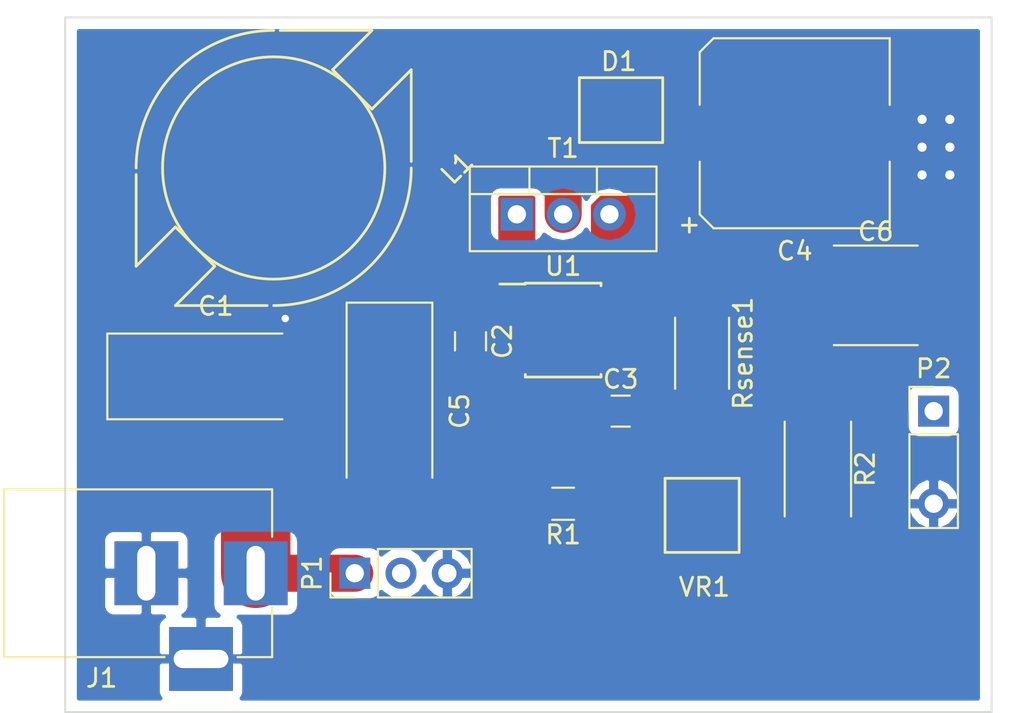
<source format=kicad_pcb>
(kicad_pcb (version 4) (host pcbnew 4.0.6)

  (general
    (links 34)
    (no_connects 33)
    (area 40.669999 24.315 97.108334 63.550001)
    (thickness 1.6)
    (drawings 4)
    (tracks 25)
    (zones 0)
    (modules 17)
    (nets 11)
  )

  (page USLetter)
  (title_block
    (title "Nixie Power Supply")
  )

  (layers
    (0 F.Cu signal)
    (31 B.Cu signal)
    (32 B.Adhes user)
    (33 F.Adhes user)
    (34 B.Paste user)
    (35 F.Paste user)
    (36 B.SilkS user)
    (37 F.SilkS user)
    (38 B.Mask user)
    (39 F.Mask user)
    (40 Dwgs.User user)
    (41 Cmts.User user)
    (42 Eco1.User user)
    (43 Eco2.User user)
    (44 Edge.Cuts user)
    (45 Margin user)
    (46 B.CrtYd user)
    (47 F.CrtYd user)
    (48 B.Fab user)
    (49 F.Fab user)
  )

  (setup
    (last_trace_width 0.508)
    (user_trace_width 0.508)
    (user_trace_width 1.016)
    (user_trace_width 1.524)
    (user_trace_width 2.032)
    (user_trace_width 2.54)
    (user_trace_width 3.048)
    (user_trace_width 3.81)
    (trace_clearance 0.2)
    (zone_clearance 0.508)
    (zone_45_only no)
    (trace_min 0.2)
    (segment_width 0.2)
    (edge_width 0.1)
    (via_size 0.6)
    (via_drill 0.4)
    (via_min_size 0.4)
    (via_min_drill 0.3)
    (user_via 1.016 0.508)
    (user_via 1.27 0.635)
    (uvia_size 0.3)
    (uvia_drill 0.1)
    (uvias_allowed no)
    (uvia_min_size 0.2)
    (uvia_min_drill 0.1)
    (pcb_text_width 0.3)
    (pcb_text_size 1.5 1.5)
    (mod_edge_width 0.15)
    (mod_text_size 1 1)
    (mod_text_width 0.15)
    (pad_size 1.5 1.5)
    (pad_drill 0.6)
    (pad_to_mask_clearance 0)
    (aux_axis_origin 0 0)
    (visible_elements 7FFFFFFF)
    (pcbplotparams
      (layerselection 0x00030_80000001)
      (usegerberextensions false)
      (excludeedgelayer true)
      (linewidth 0.100000)
      (plotframeref false)
      (viasonmask false)
      (mode 1)
      (useauxorigin false)
      (hpglpennumber 1)
      (hpglpenspeed 20)
      (hpglpendiameter 15)
      (hpglpenoverlay 2)
      (psnegative false)
      (psa4output false)
      (plotreference true)
      (plotvalue true)
      (plotinvisibletext false)
      (padsonsilk false)
      (subtractmaskfromsilk false)
      (outputformat 1)
      (mirror false)
      (drillshape 1)
      (scaleselection 1)
      (outputdirectory ""))
  )

  (net 0 "")
  (net 1 GND)
  (net 2 "Net-(C3-Pad1)")
  (net 3 "Net-(C4-Pad1)")
  (net 4 "Net-(D1-Pad2)")
  (net 5 "Net-(R1-Pad1)")
  (net 6 "Net-(R2-Pad2)")
  (net 7 "Net-(Rsense1-Pad1)")
  (net 8 "Net-(T1-Pad1)")
  (net 9 "Net-(C1-Pad1)")
  (net 10 "Net-(P1-Pad2)")

  (net_class Default "This is the default net class."
    (clearance 0.2)
    (trace_width 0.25)
    (via_dia 0.6)
    (via_drill 0.4)
    (uvia_dia 0.3)
    (uvia_drill 0.1)
    (add_net GND)
    (add_net "Net-(C1-Pad1)")
    (add_net "Net-(C3-Pad1)")
    (add_net "Net-(C4-Pad1)")
    (add_net "Net-(D1-Pad2)")
    (add_net "Net-(P1-Pad2)")
    (add_net "Net-(R1-Pad1)")
    (add_net "Net-(R2-Pad2)")
    (add_net "Net-(Rsense1-Pad1)")
    (add_net "Net-(T1-Pad1)")
  )

  (module Capacitors_Tantalum_SMD:CP_Tantalum_Case-X_EIA-7343-43_Hand (layer F.Cu) (tedit 57B6E980) (tstamp 58FEAF38)
    (at 52.705 45.085)
    (descr "Tantalum capacitor, Case X, EIA 7343-43, 7.3x4.2x4.0mm, Hand soldering footprint")
    (tags "capacitor tantalum smd")
    (path /58D7257E)
    (attr smd)
    (fp_text reference C1 (at 0 -3.85) (layer F.SilkS)
      (effects (font (size 1 1) (thickness 0.15)))
    )
    (fp_text value "100uF, 35V" (at 0 3.85) (layer F.Fab)
      (effects (font (size 1 1) (thickness 0.15)))
    )
    (fp_line (start -6.05 -2.5) (end -6.05 2.5) (layer F.CrtYd) (width 0.05))
    (fp_line (start -6.05 2.5) (end 6.05 2.5) (layer F.CrtYd) (width 0.05))
    (fp_line (start 6.05 2.5) (end 6.05 -2.5) (layer F.CrtYd) (width 0.05))
    (fp_line (start 6.05 -2.5) (end -6.05 -2.5) (layer F.CrtYd) (width 0.05))
    (fp_line (start -3.65 -2.1) (end -3.65 2.1) (layer F.Fab) (width 0.1))
    (fp_line (start -3.65 2.1) (end 3.65 2.1) (layer F.Fab) (width 0.1))
    (fp_line (start 3.65 2.1) (end 3.65 -2.1) (layer F.Fab) (width 0.1))
    (fp_line (start 3.65 -2.1) (end -3.65 -2.1) (layer F.Fab) (width 0.1))
    (fp_line (start -2.92 -2.1) (end -2.92 2.1) (layer F.Fab) (width 0.1))
    (fp_line (start -2.555 -2.1) (end -2.555 2.1) (layer F.Fab) (width 0.1))
    (fp_line (start -5.95 -2.35) (end 3.65 -2.35) (layer F.SilkS) (width 0.12))
    (fp_line (start -5.95 2.35) (end 3.65 2.35) (layer F.SilkS) (width 0.12))
    (fp_line (start -5.95 -2.35) (end -5.95 2.35) (layer F.SilkS) (width 0.12))
    (pad 1 smd rect (at -3.775 0) (size 3.75 2.7) (layers F.Cu F.Paste F.Mask)
      (net 9 "Net-(C1-Pad1)"))
    (pad 2 smd rect (at 3.775 0) (size 3.75 2.7) (layers F.Cu F.Paste F.Mask)
      (net 1 GND))
    (model Capacitors_Tantalum_SMD.3dshapes/CP_Tantalum_Case-X_EIA-7343-43.wrl
      (at (xyz 0 0 0))
      (scale (xyz 1 1 1))
      (rotate (xyz 0 0 0))
    )
  )

  (module Capacitors_SMD:C_0805_HandSoldering (layer F.Cu) (tedit 58AA84A8) (tstamp 58FEAF49)
    (at 66.675 43.16 270)
    (descr "Capacitor SMD 0805, hand soldering")
    (tags "capacitor 0805")
    (path /58D72DE3)
    (attr smd)
    (fp_text reference C2 (at 0 -1.75 270) (layer F.SilkS)
      (effects (font (size 1 1) (thickness 0.15)))
    )
    (fp_text value 100n (at 0 1.75 270) (layer F.Fab)
      (effects (font (size 1 1) (thickness 0.15)))
    )
    (fp_text user %R (at 0 -1.75 270) (layer F.Fab)
      (effects (font (size 1 1) (thickness 0.15)))
    )
    (fp_line (start -1 0.62) (end -1 -0.62) (layer F.Fab) (width 0.1))
    (fp_line (start 1 0.62) (end -1 0.62) (layer F.Fab) (width 0.1))
    (fp_line (start 1 -0.62) (end 1 0.62) (layer F.Fab) (width 0.1))
    (fp_line (start -1 -0.62) (end 1 -0.62) (layer F.Fab) (width 0.1))
    (fp_line (start 0.5 -0.85) (end -0.5 -0.85) (layer F.SilkS) (width 0.12))
    (fp_line (start -0.5 0.85) (end 0.5 0.85) (layer F.SilkS) (width 0.12))
    (fp_line (start -2.25 -0.88) (end 2.25 -0.88) (layer F.CrtYd) (width 0.05))
    (fp_line (start -2.25 -0.88) (end -2.25 0.87) (layer F.CrtYd) (width 0.05))
    (fp_line (start 2.25 0.87) (end 2.25 -0.88) (layer F.CrtYd) (width 0.05))
    (fp_line (start 2.25 0.87) (end -2.25 0.87) (layer F.CrtYd) (width 0.05))
    (pad 1 smd rect (at -1.25 0 270) (size 1.5 1.25) (layers F.Cu F.Paste F.Mask)
      (net 9 "Net-(C1-Pad1)"))
    (pad 2 smd rect (at 1.25 0 270) (size 1.5 1.25) (layers F.Cu F.Paste F.Mask)
      (net 1 GND))
    (model Capacitors_SMD.3dshapes/C_0805.wrl
      (at (xyz 0 0 0))
      (scale (xyz 1 1 1))
      (rotate (xyz 0 0 0))
    )
  )

  (module Capacitors_SMD:C_0805_HandSoldering (layer F.Cu) (tedit 58AA84A8) (tstamp 58FEAF5A)
    (at 74.91 46.99)
    (descr "Capacitor SMD 0805, hand soldering")
    (tags "capacitor 0805")
    (path /58D72E16)
    (attr smd)
    (fp_text reference C3 (at 0 -1.75) (layer F.SilkS)
      (effects (font (size 1 1) (thickness 0.15)))
    )
    (fp_text value 100n (at 0 1.75) (layer F.Fab)
      (effects (font (size 1 1) (thickness 0.15)))
    )
    (fp_text user %R (at 0 -1.75) (layer F.Fab)
      (effects (font (size 1 1) (thickness 0.15)))
    )
    (fp_line (start -1 0.62) (end -1 -0.62) (layer F.Fab) (width 0.1))
    (fp_line (start 1 0.62) (end -1 0.62) (layer F.Fab) (width 0.1))
    (fp_line (start 1 -0.62) (end 1 0.62) (layer F.Fab) (width 0.1))
    (fp_line (start -1 -0.62) (end 1 -0.62) (layer F.Fab) (width 0.1))
    (fp_line (start 0.5 -0.85) (end -0.5 -0.85) (layer F.SilkS) (width 0.12))
    (fp_line (start -0.5 0.85) (end 0.5 0.85) (layer F.SilkS) (width 0.12))
    (fp_line (start -2.25 -0.88) (end 2.25 -0.88) (layer F.CrtYd) (width 0.05))
    (fp_line (start -2.25 -0.88) (end -2.25 0.87) (layer F.CrtYd) (width 0.05))
    (fp_line (start 2.25 0.87) (end 2.25 -0.88) (layer F.CrtYd) (width 0.05))
    (fp_line (start 2.25 0.87) (end -2.25 0.87) (layer F.CrtYd) (width 0.05))
    (pad 1 smd rect (at -1.25 0) (size 1.5 1.25) (layers F.Cu F.Paste F.Mask)
      (net 2 "Net-(C3-Pad1)"))
    (pad 2 smd rect (at 1.25 0) (size 1.5 1.25) (layers F.Cu F.Paste F.Mask)
      (net 1 GND))
    (model Capacitors_SMD.3dshapes/C_0805.wrl
      (at (xyz 0 0 0))
      (scale (xyz 1 1 1))
      (rotate (xyz 0 0 0))
    )
  )

  (module Capacitors_SMD:CP_Elec_10x10 (layer F.Cu) (tedit 58AA9194) (tstamp 58FEAF76)
    (at 84.455 31.75)
    (descr "SMT capacitor, aluminium electrolytic, 10x10")
    (path /58D74125)
    (attr smd)
    (fp_text reference C4 (at 0 6.46) (layer F.SilkS)
      (effects (font (size 1 1) (thickness 0.15)))
    )
    (fp_text value 10uF,250V (at 0 -6.46) (layer F.Fab)
      (effects (font (size 1 1) (thickness 0.15)))
    )
    (fp_circle (center 0 0) (end 0.1 5) (layer F.Fab) (width 0.1))
    (fp_text user + (at -2.91 -0.08) (layer F.Fab)
      (effects (font (size 1 1) (thickness 0.15)))
    )
    (fp_text user + (at -5.78 4.97) (layer F.SilkS)
      (effects (font (size 1 1) (thickness 0.15)))
    )
    (fp_text user %R (at 0 6.46) (layer F.Fab)
      (effects (font (size 1 1) (thickness 0.15)))
    )
    (fp_line (start -5.21 -4.45) (end -5.21 -1.56) (layer F.SilkS) (width 0.12))
    (fp_line (start -5.21 4.45) (end -5.21 1.56) (layer F.SilkS) (width 0.12))
    (fp_line (start 5.21 5.21) (end 5.21 1.56) (layer F.SilkS) (width 0.12))
    (fp_line (start 5.21 -5.21) (end 5.21 -1.56) (layer F.SilkS) (width 0.12))
    (fp_line (start 5.05 5.05) (end 5.05 -5.05) (layer F.Fab) (width 0.1))
    (fp_line (start -4.38 5.05) (end 5.05 5.05) (layer F.Fab) (width 0.1))
    (fp_line (start -5.05 4.38) (end -4.38 5.05) (layer F.Fab) (width 0.1))
    (fp_line (start -5.05 -4.38) (end -5.05 4.38) (layer F.Fab) (width 0.1))
    (fp_line (start -4.38 -5.05) (end -5.05 -4.38) (layer F.Fab) (width 0.1))
    (fp_line (start 5.05 -5.05) (end -4.38 -5.05) (layer F.Fab) (width 0.1))
    (fp_line (start 5.21 5.21) (end -4.45 5.21) (layer F.SilkS) (width 0.12))
    (fp_line (start -4.45 5.21) (end -5.21 4.45) (layer F.SilkS) (width 0.12))
    (fp_line (start -5.21 -4.45) (end -4.45 -5.21) (layer F.SilkS) (width 0.12))
    (fp_line (start -4.45 -5.21) (end 5.21 -5.21) (layer F.SilkS) (width 0.12))
    (fp_line (start -6.25 -5.31) (end 6.25 -5.31) (layer F.CrtYd) (width 0.05))
    (fp_line (start -6.25 -5.31) (end -6.25 5.3) (layer F.CrtYd) (width 0.05))
    (fp_line (start 6.25 5.3) (end 6.25 -5.31) (layer F.CrtYd) (width 0.05))
    (fp_line (start 6.25 5.3) (end -6.25 5.3) (layer F.CrtYd) (width 0.05))
    (pad 1 smd rect (at -4 0 180) (size 4 2.5) (layers F.Cu F.Paste F.Mask)
      (net 3 "Net-(C4-Pad1)"))
    (pad 2 smd rect (at 4 0 180) (size 4 2.5) (layers F.Cu F.Paste F.Mask)
      (net 1 GND))
    (model Capacitors_SMD.3dshapes/CP_Elec_10x10.wrl
      (at (xyz 0 0 0))
      (scale (xyz 1 1 1))
      (rotate (xyz 0 0 180))
    )
  )

  (module Capacitors_Tantalum_SMD:CP_Tantalum_Case-X_EIA-7343-43_Hand (layer F.Cu) (tedit 57B6E980) (tstamp 58FEAF89)
    (at 62.23 46.99 270)
    (descr "Tantalum capacitor, Case X, EIA 7343-43, 7.3x4.2x4.0mm, Hand soldering footprint")
    (tags "capacitor tantalum smd")
    (path /58D72B64)
    (attr smd)
    (fp_text reference C5 (at 0 -3.85 270) (layer F.SilkS)
      (effects (font (size 1 1) (thickness 0.15)))
    )
    (fp_text value 10uF,25V (at 0 3.85 270) (layer F.Fab)
      (effects (font (size 1 1) (thickness 0.15)))
    )
    (fp_line (start -6.05 -2.5) (end -6.05 2.5) (layer F.CrtYd) (width 0.05))
    (fp_line (start -6.05 2.5) (end 6.05 2.5) (layer F.CrtYd) (width 0.05))
    (fp_line (start 6.05 2.5) (end 6.05 -2.5) (layer F.CrtYd) (width 0.05))
    (fp_line (start 6.05 -2.5) (end -6.05 -2.5) (layer F.CrtYd) (width 0.05))
    (fp_line (start -3.65 -2.1) (end -3.65 2.1) (layer F.Fab) (width 0.1))
    (fp_line (start -3.65 2.1) (end 3.65 2.1) (layer F.Fab) (width 0.1))
    (fp_line (start 3.65 2.1) (end 3.65 -2.1) (layer F.Fab) (width 0.1))
    (fp_line (start 3.65 -2.1) (end -3.65 -2.1) (layer F.Fab) (width 0.1))
    (fp_line (start -2.92 -2.1) (end -2.92 2.1) (layer F.Fab) (width 0.1))
    (fp_line (start -2.555 -2.1) (end -2.555 2.1) (layer F.Fab) (width 0.1))
    (fp_line (start -5.95 -2.35) (end 3.65 -2.35) (layer F.SilkS) (width 0.12))
    (fp_line (start -5.95 2.35) (end 3.65 2.35) (layer F.SilkS) (width 0.12))
    (fp_line (start -5.95 -2.35) (end -5.95 2.35) (layer F.SilkS) (width 0.12))
    (pad 1 smd rect (at -3.775 0 270) (size 3.75 2.7) (layers F.Cu F.Paste F.Mask)
      (net 9 "Net-(C1-Pad1)"))
    (pad 2 smd rect (at 3.775 0 270) (size 3.75 2.7) (layers F.Cu F.Paste F.Mask)
      (net 1 GND))
    (model Capacitors_Tantalum_SMD.3dshapes/CP_Tantalum_Case-X_EIA-7343-43.wrl
      (at (xyz 0 0 0))
      (scale (xyz 1 1 1))
      (rotate (xyz 0 0 0))
    )
  )

  (module nixie:Panasonic_ECWU_Size_B (layer F.Cu) (tedit 58DB18CD) (tstamp 58FEAF9A)
    (at 88.9 40.64)
    (descr "Capacitor SMD Panasonic ECWU,  B")
    (tags "capacitor Panasonic")
    (path /58D7E2B2)
    (attr smd)
    (fp_text reference C6 (at 0 -3.5) (layer F.SilkS)
      (effects (font (size 1 1) (thickness 0.15)))
    )
    (fp_text value "100nF, 250V" (at 0 3.75) (layer F.Fab)
      (effects (font (size 1 1) (thickness 0.15)))
    )
    (fp_text user %R (at 0 -3.5) (layer F.Fab)
      (effects (font (size 1 1) (thickness 0.15)))
    )
    (fp_line (start -2.75 2.5) (end -2.75 -2.5) (layer F.Fab) (width 0.1))
    (fp_line (start 2.75 2.5) (end -2.75 2.5) (layer F.Fab) (width 0.1))
    (fp_line (start 2.75 -2.5) (end 2.75 2.5) (layer F.Fab) (width 0.1))
    (fp_line (start -2.75 -2.5) (end 2.75 -2.5) (layer F.Fab) (width 0.1))
    (fp_line (start 2.3 -2.73) (end -2.3 -2.73) (layer F.SilkS) (width 0.12))
    (fp_line (start -2.3 2.73) (end 2.3 2.73) (layer F.SilkS) (width 0.12))
    (fp_line (start -4.95 -2.75) (end 4.95 -2.75) (layer F.CrtYd) (width 0.05))
    (fp_line (start -4.95 -2.75) (end -4.95 2.75) (layer F.CrtYd) (width 0.05))
    (fp_line (start 4.95 2.75) (end 4.95 -2.75) (layer F.CrtYd) (width 0.05))
    (fp_line (start 4.95 2.75) (end -4.95 2.75) (layer F.CrtYd) (width 0.05))
    (pad 1 smd rect (at -2.9 0) (size 2 4.6) (layers F.Cu F.Paste F.Mask)
      (net 3 "Net-(C4-Pad1)"))
    (pad 2 smd rect (at 2.9 0) (size 2 4.6) (layers F.Cu F.Paste F.Mask)
      (net 1 GND))
    (model Capacitors_SMD.3dshapes/C_2220.wrl
      (at (xyz 0 0 0))
      (scale (xyz 1 1 1))
      (rotate (xyz 0 0 0))
    )
  )

  (module nixie:ES2F (layer F.Cu) (tedit 58D9D407) (tstamp 58FEAFA4)
    (at 74.93 30.48 180)
    (path /58D73EA6)
    (fp_text reference D1 (at 0.127 2.667 180) (layer F.SilkS)
      (effects (font (size 1 1) (thickness 0.15)))
    )
    (fp_text value ES2F (at 0 -2.54 180) (layer F.Fab)
      (effects (font (size 1 1) (thickness 0.15)))
    )
    (fp_line (start 2.286 -1.778) (end -2.286 -1.778) (layer F.SilkS) (width 0.15))
    (fp_line (start -2.286 -1.778) (end -2.286 1.778) (layer F.SilkS) (width 0.15))
    (fp_line (start -2.286 1.778) (end 2.286 1.778) (layer F.SilkS) (width 0.15))
    (fp_line (start 2.286 1.778) (end 2.286 -1.778) (layer F.SilkS) (width 0.15))
    (pad 1 smd rect (at -2.04 0 180) (size 1.524 2.18) (layers F.Cu F.Paste F.Mask)
      (net 3 "Net-(C4-Pad1)"))
    (pad 2 smd rect (at 2.04 0 180) (size 1.524 2.18) (layers F.Cu F.Paste F.Mask)
      (net 4 "Net-(D1-Pad2)"))
  )

  (module Connectors:BARREL_JACK (layer F.Cu) (tedit 5861378E) (tstamp 58FEAFC3)
    (at 54.895 55.88)
    (descr "DC Barrel Jack")
    (tags "Power Jack")
    (path /58D73132)
    (fp_text reference J1 (at -8.45 5.75 180) (layer F.SilkS)
      (effects (font (size 1 1) (thickness 0.15)))
    )
    (fp_text value BARREL_JACK (at -6.2 -5.5) (layer F.Fab)
      (effects (font (size 1 1) (thickness 0.15)))
    )
    (fp_line (start 1 -4.5) (end 1 -4.75) (layer F.CrtYd) (width 0.05))
    (fp_line (start 1 -4.75) (end -14 -4.75) (layer F.CrtYd) (width 0.05))
    (fp_line (start 1 -4.5) (end 1 -2) (layer F.CrtYd) (width 0.05))
    (fp_line (start 1 -2) (end 2 -2) (layer F.CrtYd) (width 0.05))
    (fp_line (start 2 -2) (end 2 2) (layer F.CrtYd) (width 0.05))
    (fp_line (start 2 2) (end 1 2) (layer F.CrtYd) (width 0.05))
    (fp_line (start 1 2) (end 1 4.75) (layer F.CrtYd) (width 0.05))
    (fp_line (start 1 4.75) (end -1 4.75) (layer F.CrtYd) (width 0.05))
    (fp_line (start -1 4.75) (end -1 6.75) (layer F.CrtYd) (width 0.05))
    (fp_line (start -1 6.75) (end -5 6.75) (layer F.CrtYd) (width 0.05))
    (fp_line (start -5 6.75) (end -5 4.75) (layer F.CrtYd) (width 0.05))
    (fp_line (start -5 4.75) (end -14 4.75) (layer F.CrtYd) (width 0.05))
    (fp_line (start -14 4.75) (end -14 -4.75) (layer F.CrtYd) (width 0.05))
    (fp_line (start -5 4.6) (end -13.8 4.6) (layer F.SilkS) (width 0.12))
    (fp_line (start -13.8 4.6) (end -13.8 -4.6) (layer F.SilkS) (width 0.12))
    (fp_line (start 0.9 1.9) (end 0.9 4.6) (layer F.SilkS) (width 0.12))
    (fp_line (start 0.9 4.6) (end -1 4.6) (layer F.SilkS) (width 0.12))
    (fp_line (start -13.8 -4.6) (end 0.9 -4.6) (layer F.SilkS) (width 0.12))
    (fp_line (start 0.9 -4.6) (end 0.9 -2) (layer F.SilkS) (width 0.12))
    (fp_line (start -10.2 -4.5) (end -10.2 4.5) (layer F.Fab) (width 0.1))
    (fp_line (start -13.7 -4.5) (end -13.7 4.5) (layer F.Fab) (width 0.1))
    (fp_line (start -13.7 4.5) (end 0.8 4.5) (layer F.Fab) (width 0.1))
    (fp_line (start 0.8 4.5) (end 0.8 -4.5) (layer F.Fab) (width 0.1))
    (fp_line (start 0.8 -4.5) (end -13.7 -4.5) (layer F.Fab) (width 0.1))
    (pad 1 thru_hole rect (at 0 0) (size 3.5 3.5) (drill oval 1 3) (layers *.Cu *.Mask)
      (net 9 "Net-(C1-Pad1)"))
    (pad 2 thru_hole rect (at -6 0) (size 3.5 3.5) (drill oval 1 3) (layers *.Cu *.Mask)
      (net 1 GND))
    (pad 3 thru_hole rect (at -3 4.7) (size 3.5 3.5) (drill oval 3 1) (layers *.Cu *.Mask)
      (net 1 GND))
  )

  (module nixie:L-B82479A1 (layer F.Cu) (tedit 58D9CC3A) (tstamp 58FEAFD6)
    (at 55.88 33.655 45)
    (path /58D7260D)
    (fp_text reference L1 (at 7.112 7.112 45) (layer F.SilkS)
      (effects (font (size 1 1) (thickness 0.15)))
    )
    (fp_text value 100uH (at 0 -8.636 45) (layer F.Fab)
      (effects (font (size 1 1) (thickness 0.15)))
    )
    (fp_arc (start 0 0) (end 5.334 5.334) (angle 90) (layer F.SilkS) (width 0.15))
    (fp_line (start 9.144 1.524) (end 5.588 5.08) (layer F.SilkS) (width 0.15))
    (fp_line (start -9.144 1.524) (end -5.588 5.08) (layer F.SilkS) (width 0.15))
    (fp_arc (start 0 0) (end -5.334 -5.334) (angle 90) (layer F.SilkS) (width 0.15))
    (fp_line (start 5.588 -5.08) (end 9.144 -1.524) (layer F.SilkS) (width 0.15))
    (fp_line (start 9.144 -1.524) (end 6.096 -1.524) (layer F.SilkS) (width 0.15))
    (fp_line (start 6.096 -1.524) (end 6.096 1.524) (layer F.SilkS) (width 0.15))
    (fp_line (start 6.096 1.524) (end 9.144 1.524) (layer F.SilkS) (width 0.15))
    (fp_line (start -5.588 -5.08) (end -9.144 -1.524) (layer F.SilkS) (width 0.15))
    (fp_line (start -9.144 -1.524) (end -6.096 -1.524) (layer F.SilkS) (width 0.15))
    (fp_line (start -6.096 -1.524) (end -6.096 1.524) (layer F.SilkS) (width 0.15))
    (fp_line (start -6.096 1.524) (end -9.144 1.524) (layer F.SilkS) (width 0.15))
    (fp_circle (center 0 0) (end 6.096 0) (layer F.SilkS) (width 0.15))
    (pad 1 smd rect (at -7.69 0 45) (size 2.92 2.79) (layers F.Cu F.Paste F.Mask)
      (net 9 "Net-(C1-Pad1)"))
    (pad 2 smd rect (at 7.69 0 45) (size 2.92 2.79) (layers F.Cu F.Paste F.Mask)
      (net 4 "Net-(D1-Pad2)"))
  )

  (module Resistors_SMD:R_0805_HandSoldering (layer F.Cu) (tedit 58E0A804) (tstamp 58FEAFE7)
    (at 71.755 52.07 180)
    (descr "Resistor SMD 0805, hand soldering")
    (tags "resistor 0805")
    (path /58D74274)
    (attr smd)
    (fp_text reference R1 (at 0 -1.7 180) (layer F.SilkS)
      (effects (font (size 1 1) (thickness 0.15)))
    )
    (fp_text value 10K (at 0 1.75 180) (layer F.Fab)
      (effects (font (size 1 1) (thickness 0.15)))
    )
    (fp_text user %R (at 0 0 180) (layer F.Fab)
      (effects (font (size 0.5 0.5) (thickness 0.075)))
    )
    (fp_line (start -1 0.62) (end -1 -0.62) (layer F.Fab) (width 0.1))
    (fp_line (start 1 0.62) (end -1 0.62) (layer F.Fab) (width 0.1))
    (fp_line (start 1 -0.62) (end 1 0.62) (layer F.Fab) (width 0.1))
    (fp_line (start -1 -0.62) (end 1 -0.62) (layer F.Fab) (width 0.1))
    (fp_line (start 0.6 0.88) (end -0.6 0.88) (layer F.SilkS) (width 0.12))
    (fp_line (start -0.6 -0.88) (end 0.6 -0.88) (layer F.SilkS) (width 0.12))
    (fp_line (start -2.35 -0.9) (end 2.35 -0.9) (layer F.CrtYd) (width 0.05))
    (fp_line (start -2.35 -0.9) (end -2.35 0.9) (layer F.CrtYd) (width 0.05))
    (fp_line (start 2.35 0.9) (end 2.35 -0.9) (layer F.CrtYd) (width 0.05))
    (fp_line (start 2.35 0.9) (end -2.35 0.9) (layer F.CrtYd) (width 0.05))
    (pad 1 smd rect (at -1.35 0 180) (size 1.5 1.3) (layers F.Cu F.Paste F.Mask)
      (net 5 "Net-(R1-Pad1)"))
    (pad 2 smd rect (at 1.35 0 180) (size 1.5 1.3) (layers F.Cu F.Paste F.Mask)
      (net 1 GND))
    (model ${KISYS3DMOD}/Resistors_SMD.3dshapes/R_0805.wrl
      (at (xyz 0 0 0))
      (scale (xyz 1 1 1))
      (rotate (xyz 0 0 0))
    )
  )

  (module Resistors_SMD:R_2512_HandSoldering (layer F.Cu) (tedit 58E0A804) (tstamp 58FEAFF8)
    (at 85.725 50.165 270)
    (descr "Resistor SMD 2512, hand soldering")
    (tags "resistor 2512")
    (path /58D74231)
    (attr smd)
    (fp_text reference R2 (at 0 -2.6 270) (layer F.SilkS)
      (effects (font (size 1 1) (thickness 0.15)))
    )
    (fp_text value 1M5 (at 0 2.75 270) (layer F.Fab)
      (effects (font (size 1 1) (thickness 0.15)))
    )
    (fp_text user %R (at 0 0 270) (layer F.Fab)
      (effects (font (size 1 1) (thickness 0.15)))
    )
    (fp_line (start -3.15 1.6) (end -3.15 -1.6) (layer F.Fab) (width 0.1))
    (fp_line (start 3.15 1.6) (end -3.15 1.6) (layer F.Fab) (width 0.1))
    (fp_line (start 3.15 -1.6) (end 3.15 1.6) (layer F.Fab) (width 0.1))
    (fp_line (start -3.15 -1.6) (end 3.15 -1.6) (layer F.Fab) (width 0.1))
    (fp_line (start 2.6 1.82) (end -2.6 1.82) (layer F.SilkS) (width 0.12))
    (fp_line (start -2.6 -1.82) (end 2.6 -1.82) (layer F.SilkS) (width 0.12))
    (fp_line (start -5.56 -1.85) (end 5.55 -1.85) (layer F.CrtYd) (width 0.05))
    (fp_line (start -5.56 -1.85) (end -5.56 1.85) (layer F.CrtYd) (width 0.05))
    (fp_line (start 5.55 1.85) (end 5.55 -1.85) (layer F.CrtYd) (width 0.05))
    (fp_line (start 5.55 1.85) (end -5.56 1.85) (layer F.CrtYd) (width 0.05))
    (pad 1 smd rect (at -3.95 0 270) (size 2.7 3.2) (layers F.Cu F.Paste F.Mask)
      (net 3 "Net-(C4-Pad1)"))
    (pad 2 smd rect (at 3.95 0 270) (size 2.7 3.2) (layers F.Cu F.Paste F.Mask)
      (net 6 "Net-(R2-Pad2)"))
    (model ${KISYS3DMOD}/Resistors_SMD.3dshapes/R_2512.wrl
      (at (xyz 0 0 0))
      (scale (xyz 1 1 1))
      (rotate (xyz 0 0 0))
    )
  )

  (module Resistors_SMD:R_2010_HandSoldering (layer F.Cu) (tedit 58E0A804) (tstamp 58FEB009)
    (at 79.375 43.815 270)
    (descr "Resistor SMD 2010, hand soldering")
    (tags "resistor 2010")
    (path /58D73575)
    (attr smd)
    (fp_text reference Rsense1 (at 0 -2.25 270) (layer F.SilkS)
      (effects (font (size 1 1) (thickness 0.15)))
    )
    (fp_text value 50m (at 0 2.35 270) (layer F.Fab)
      (effects (font (size 1 1) (thickness 0.15)))
    )
    (fp_text user %R (at 0 0 270) (layer F.Fab)
      (effects (font (size 1 1) (thickness 0.15)))
    )
    (fp_line (start -2.5 1.25) (end -2.5 -1.25) (layer F.Fab) (width 0.1))
    (fp_line (start 2.5 1.25) (end -2.5 1.25) (layer F.Fab) (width 0.1))
    (fp_line (start 2.5 -1.25) (end 2.5 1.25) (layer F.Fab) (width 0.1))
    (fp_line (start -2.5 -1.25) (end 2.5 -1.25) (layer F.Fab) (width 0.1))
    (fp_line (start 1.95 1.48) (end -1.95 1.48) (layer F.SilkS) (width 0.12))
    (fp_line (start -1.95 -1.48) (end 1.95 -1.48) (layer F.SilkS) (width 0.12))
    (fp_line (start -4.6 -1.5) (end 4.6 -1.5) (layer F.CrtYd) (width 0.05))
    (fp_line (start -4.6 -1.5) (end -4.6 1.5) (layer F.CrtYd) (width 0.05))
    (fp_line (start 4.6 1.5) (end 4.6 -1.5) (layer F.CrtYd) (width 0.05))
    (fp_line (start 4.6 1.5) (end -4.6 1.5) (layer F.CrtYd) (width 0.05))
    (pad 1 smd rect (at -3.15 0 270) (size 2.4 2.5) (layers F.Cu F.Paste F.Mask)
      (net 7 "Net-(Rsense1-Pad1)"))
    (pad 2 smd rect (at 3.15 0 270) (size 2.4 2.5) (layers F.Cu F.Paste F.Mask)
      (net 1 GND))
    (model ${KISYS3DMOD}/Resistors_SMD.3dshapes/R_2010.wrl
      (at (xyz 0 0 0))
      (scale (xyz 1 1 1))
      (rotate (xyz 0 0 0))
    )
  )

  (module TO_SOT_Packages_THT:TO-220_Vertical (layer F.Cu) (tedit 58CE52AD) (tstamp 58FEB023)
    (at 69.215 36.195)
    (descr "TO-220, Vertical, RM 2.54mm")
    (tags "TO-220 Vertical RM 2.54mm")
    (path /58D729C3)
    (fp_text reference T1 (at 2.54 -3.62) (layer F.SilkS)
      (effects (font (size 1 1) (thickness 0.15)))
    )
    (fp_text value IRF644 (at 2.54 3.92) (layer F.Fab)
      (effects (font (size 1 1) (thickness 0.15)))
    )
    (fp_text user %R (at 2.54 -3.62) (layer F.Fab)
      (effects (font (size 1 1) (thickness 0.15)))
    )
    (fp_line (start -2.46 -2.5) (end -2.46 1.9) (layer F.Fab) (width 0.1))
    (fp_line (start -2.46 1.9) (end 7.54 1.9) (layer F.Fab) (width 0.1))
    (fp_line (start 7.54 1.9) (end 7.54 -2.5) (layer F.Fab) (width 0.1))
    (fp_line (start 7.54 -2.5) (end -2.46 -2.5) (layer F.Fab) (width 0.1))
    (fp_line (start -2.46 -1.23) (end 7.54 -1.23) (layer F.Fab) (width 0.1))
    (fp_line (start 0.69 -2.5) (end 0.69 -1.23) (layer F.Fab) (width 0.1))
    (fp_line (start 4.39 -2.5) (end 4.39 -1.23) (layer F.Fab) (width 0.1))
    (fp_line (start -2.58 -2.62) (end 7.66 -2.62) (layer F.SilkS) (width 0.12))
    (fp_line (start -2.58 2.021) (end 7.66 2.021) (layer F.SilkS) (width 0.12))
    (fp_line (start -2.58 -2.62) (end -2.58 2.021) (layer F.SilkS) (width 0.12))
    (fp_line (start 7.66 -2.62) (end 7.66 2.021) (layer F.SilkS) (width 0.12))
    (fp_line (start -2.58 -1.11) (end 7.66 -1.11) (layer F.SilkS) (width 0.12))
    (fp_line (start 0.69 -2.62) (end 0.69 -1.11) (layer F.SilkS) (width 0.12))
    (fp_line (start 4.391 -2.62) (end 4.391 -1.11) (layer F.SilkS) (width 0.12))
    (fp_line (start -2.71 -2.75) (end -2.71 2.16) (layer F.CrtYd) (width 0.05))
    (fp_line (start -2.71 2.16) (end 7.79 2.16) (layer F.CrtYd) (width 0.05))
    (fp_line (start 7.79 2.16) (end 7.79 -2.75) (layer F.CrtYd) (width 0.05))
    (fp_line (start 7.79 -2.75) (end -2.71 -2.75) (layer F.CrtYd) (width 0.05))
    (pad 1 thru_hole rect (at 0 0) (size 1.8 1.8) (drill 1) (layers *.Cu *.Mask)
      (net 8 "Net-(T1-Pad1)"))
    (pad 2 thru_hole oval (at 2.54 0) (size 1.8 1.8) (drill 1) (layers *.Cu *.Mask)
      (net 4 "Net-(D1-Pad2)"))
    (pad 3 thru_hole oval (at 5.08 0) (size 1.8 1.8) (drill 1) (layers *.Cu *.Mask)
      (net 7 "Net-(Rsense1-Pad1)"))
    (model ${KISYS3DMOD}/TO_SOT_Packages_THT.3dshapes/TO-220_Vertical.wrl
      (at (xyz 0.1 0 0))
      (scale (xyz 0.393701 0.393701 0.393701))
      (rotate (xyz 0 0 0))
    )
  )

  (module Housings_SOIC:SOIC-8_3.9x4.9mm_Pitch1.27mm (layer F.Cu) (tedit 58CD0CDA) (tstamp 58FEB040)
    (at 71.755 42.545)
    (descr "8-Lead Plastic Small Outline (SN) - Narrow, 3.90 mm Body [SOIC] (see Microchip Packaging Specification 00000049BS.pdf)")
    (tags "SOIC 1.27")
    (path /58D71FD1)
    (attr smd)
    (fp_text reference U1 (at 0 -3.5) (layer F.SilkS)
      (effects (font (size 1 1) (thickness 0.15)))
    )
    (fp_text value MAX1771 (at 0 3.5) (layer F.Fab)
      (effects (font (size 1 1) (thickness 0.15)))
    )
    (fp_text user %R (at 0 0) (layer F.Fab)
      (effects (font (size 1 1) (thickness 0.15)))
    )
    (fp_line (start -0.95 -2.45) (end 1.95 -2.45) (layer F.Fab) (width 0.1))
    (fp_line (start 1.95 -2.45) (end 1.95 2.45) (layer F.Fab) (width 0.1))
    (fp_line (start 1.95 2.45) (end -1.95 2.45) (layer F.Fab) (width 0.1))
    (fp_line (start -1.95 2.45) (end -1.95 -1.45) (layer F.Fab) (width 0.1))
    (fp_line (start -1.95 -1.45) (end -0.95 -2.45) (layer F.Fab) (width 0.1))
    (fp_line (start -3.73 -2.7) (end -3.73 2.7) (layer F.CrtYd) (width 0.05))
    (fp_line (start 3.73 -2.7) (end 3.73 2.7) (layer F.CrtYd) (width 0.05))
    (fp_line (start -3.73 -2.7) (end 3.73 -2.7) (layer F.CrtYd) (width 0.05))
    (fp_line (start -3.73 2.7) (end 3.73 2.7) (layer F.CrtYd) (width 0.05))
    (fp_line (start -2.075 -2.575) (end -2.075 -2.525) (layer F.SilkS) (width 0.15))
    (fp_line (start 2.075 -2.575) (end 2.075 -2.43) (layer F.SilkS) (width 0.15))
    (fp_line (start 2.075 2.575) (end 2.075 2.43) (layer F.SilkS) (width 0.15))
    (fp_line (start -2.075 2.575) (end -2.075 2.43) (layer F.SilkS) (width 0.15))
    (fp_line (start -2.075 -2.575) (end 2.075 -2.575) (layer F.SilkS) (width 0.15))
    (fp_line (start -2.075 2.575) (end 2.075 2.575) (layer F.SilkS) (width 0.15))
    (fp_line (start -2.075 -2.525) (end -3.475 -2.525) (layer F.SilkS) (width 0.15))
    (pad 1 smd rect (at -2.7 -1.905) (size 1.55 0.6) (layers F.Cu F.Paste F.Mask)
      (net 8 "Net-(T1-Pad1)"))
    (pad 2 smd rect (at -2.7 -0.635) (size 1.55 0.6) (layers F.Cu F.Paste F.Mask)
      (net 9 "Net-(C1-Pad1)"))
    (pad 3 smd rect (at -2.7 0.635) (size 1.55 0.6) (layers F.Cu F.Paste F.Mask)
      (net 6 "Net-(R2-Pad2)"))
    (pad 4 smd rect (at -2.7 1.905) (size 1.55 0.6) (layers F.Cu F.Paste F.Mask)
      (net 10 "Net-(P1-Pad2)"))
    (pad 5 smd rect (at 2.7 1.905) (size 1.55 0.6) (layers F.Cu F.Paste F.Mask)
      (net 2 "Net-(C3-Pad1)"))
    (pad 6 smd rect (at 2.7 0.635) (size 1.55 0.6) (layers F.Cu F.Paste F.Mask)
      (net 1 GND))
    (pad 7 smd rect (at 2.7 -0.635) (size 1.55 0.6) (layers F.Cu F.Paste F.Mask)
      (net 1 GND))
    (pad 8 smd rect (at 2.7 -1.905) (size 1.55 0.6) (layers F.Cu F.Paste F.Mask)
      (net 7 "Net-(Rsense1-Pad1)"))
    (model Housings_SOIC.3dshapes/SOIC-8_3.9x4.9mm_Pitch1.27mm.wrl
      (at (xyz 0 0 0))
      (scale (xyz 1 1 1))
      (rotate (xyz 0 0 0))
    )
  )

  (module nixie:Trimpot_Bourns_3214W (layer F.Cu) (tedit 58DB21D4) (tstamp 58FEB04B)
    (at 79.375 52.705)
    (path /58DB1DC4)
    (fp_text reference VR1 (at 0.127 3.937) (layer F.SilkS)
      (effects (font (size 1 1) (thickness 0.15)))
    )
    (fp_text value 5K (at 0.127 -4.445) (layer F.Fab)
      (effects (font (size 1 1) (thickness 0.15)))
    )
    (fp_line (start 2.032 -2.032) (end -2.032 -2.032) (layer F.SilkS) (width 0.15))
    (fp_line (start -2.032 -2.032) (end -2.032 2.032) (layer F.SilkS) (width 0.15))
    (fp_line (start -2.032 2.032) (end 2.032 2.032) (layer F.SilkS) (width 0.15))
    (fp_line (start 2.032 2.032) (end 2.032 -2.032) (layer F.SilkS) (width 0.15))
    (pad 3 smd rect (at -1.45 0) (size 1.6 2) (layers F.Cu F.Paste F.Mask)
      (net 5 "Net-(R1-Pad1)"))
    (pad 1 smd rect (at 1.45 -1.25) (size 1.6 1.3) (layers F.Cu F.Paste F.Mask)
      (net 6 "Net-(R2-Pad2)"))
    (pad 2 smd rect (at 1.45 1.25) (size 1.6 1.3) (layers F.Cu F.Paste F.Mask)
      (net 5 "Net-(R1-Pad1)"))
    (model "/Users/carl/Documents/KiCad/NixiePowerSupply/models/Bourns 3214W.wrl"
      (at (xyz 0 0 0))
      (scale (xyz 1 1 1))
      (rotate (xyz 0 0 0))
    )
  )

  (module Pin_Headers:Pin_Header_Straight_1x03_Pitch2.54mm (layer F.Cu) (tedit 58CD4EC1) (tstamp 58FEB9CB)
    (at 60.325 55.88 90)
    (descr "Through hole straight pin header, 1x03, 2.54mm pitch, single row")
    (tags "Through hole pin header THT 1x03 2.54mm single row")
    (path /58DB3DD2)
    (fp_text reference P1 (at 0 -2.33 90) (layer F.SilkS)
      (effects (font (size 1 1) (thickness 0.15)))
    )
    (fp_text value CONN_01X03 (at 0 7.41 90) (layer F.Fab)
      (effects (font (size 1 1) (thickness 0.15)))
    )
    (fp_line (start -1.27 -1.27) (end -1.27 6.35) (layer F.Fab) (width 0.1))
    (fp_line (start -1.27 6.35) (end 1.27 6.35) (layer F.Fab) (width 0.1))
    (fp_line (start 1.27 6.35) (end 1.27 -1.27) (layer F.Fab) (width 0.1))
    (fp_line (start 1.27 -1.27) (end -1.27 -1.27) (layer F.Fab) (width 0.1))
    (fp_line (start -1.33 1.27) (end -1.33 6.41) (layer F.SilkS) (width 0.12))
    (fp_line (start -1.33 6.41) (end 1.33 6.41) (layer F.SilkS) (width 0.12))
    (fp_line (start 1.33 6.41) (end 1.33 1.27) (layer F.SilkS) (width 0.12))
    (fp_line (start 1.33 1.27) (end -1.33 1.27) (layer F.SilkS) (width 0.12))
    (fp_line (start -1.33 0) (end -1.33 -1.33) (layer F.SilkS) (width 0.12))
    (fp_line (start -1.33 -1.33) (end 0 -1.33) (layer F.SilkS) (width 0.12))
    (fp_line (start -1.8 -1.8) (end -1.8 6.85) (layer F.CrtYd) (width 0.05))
    (fp_line (start -1.8 6.85) (end 1.8 6.85) (layer F.CrtYd) (width 0.05))
    (fp_line (start 1.8 6.85) (end 1.8 -1.8) (layer F.CrtYd) (width 0.05))
    (fp_line (start 1.8 -1.8) (end -1.8 -1.8) (layer F.CrtYd) (width 0.05))
    (fp_text user %R (at 0 -2.33 90) (layer F.Fab)
      (effects (font (size 1 1) (thickness 0.15)))
    )
    (pad 1 thru_hole rect (at 0 0 90) (size 1.7 1.7) (drill 1) (layers *.Cu *.Mask)
      (net 9 "Net-(C1-Pad1)"))
    (pad 2 thru_hole oval (at 0 2.54 90) (size 1.7 1.7) (drill 1) (layers *.Cu *.Mask)
      (net 10 "Net-(P1-Pad2)"))
    (pad 3 thru_hole oval (at 0 5.08 90) (size 1.7 1.7) (drill 1) (layers *.Cu *.Mask)
      (net 1 GND))
    (model ${KISYS3DMOD}/Pin_Headers.3dshapes/Pin_Header_Straight_1x03_Pitch2.54mm.wrl
      (at (xyz 0 -0.1 0))
      (scale (xyz 1 1 1))
      (rotate (xyz 0 0 90))
    )
  )

  (module nixie:Pin_Header_Straight_1x03_Pitch2.54mm_No_Center (layer F.Cu) (tedit 58EAFE71) (tstamp 58FEB9E0)
    (at 92.075 46.99)
    (descr "Through hole straight pin header, 1x03, 2.54mm pitch, single row")
    (tags "Through hole pin header THT 1x03 2.54mm single row")
    (path /58EB00E3)
    (fp_text reference P2 (at 0 -2.33) (layer F.SilkS)
      (effects (font (size 1 1) (thickness 0.15)))
    )
    (fp_text value CONN_01X02 (at 0 7.41) (layer F.Fab)
      (effects (font (size 1 1) (thickness 0.15)))
    )
    (fp_line (start -1.27 -1.27) (end -1.27 6.35) (layer F.Fab) (width 0.1))
    (fp_line (start -1.27 6.35) (end 1.27 6.35) (layer F.Fab) (width 0.1))
    (fp_line (start 1.27 6.35) (end 1.27 -1.27) (layer F.Fab) (width 0.1))
    (fp_line (start 1.27 -1.27) (end -1.27 -1.27) (layer F.Fab) (width 0.1))
    (fp_line (start -1.33 1.27) (end -1.33 6.41) (layer F.SilkS) (width 0.12))
    (fp_line (start -1.33 6.41) (end 1.33 6.41) (layer F.SilkS) (width 0.12))
    (fp_line (start 1.33 6.41) (end 1.33 1.27) (layer F.SilkS) (width 0.12))
    (fp_line (start 1.33 1.27) (end -1.33 1.27) (layer F.SilkS) (width 0.12))
    (fp_line (start -1.33 0) (end -1.33 -1.33) (layer F.SilkS) (width 0.12))
    (fp_line (start -1.33 -1.33) (end 0 -1.33) (layer F.SilkS) (width 0.12))
    (fp_line (start -1.8 -1.8) (end -1.8 6.85) (layer F.CrtYd) (width 0.05))
    (fp_line (start -1.8 6.85) (end 1.8 6.85) (layer F.CrtYd) (width 0.05))
    (fp_line (start 1.8 6.85) (end 1.8 -1.8) (layer F.CrtYd) (width 0.05))
    (fp_line (start 1.8 -1.8) (end -1.8 -1.8) (layer F.CrtYd) (width 0.05))
    (fp_text user %R (at 0 -2.33) (layer F.Fab)
      (effects (font (size 1 1) (thickness 0.15)))
    )
    (pad 1 thru_hole rect (at 0 0) (size 1.7 1.7) (drill 1) (layers *.Cu *.Mask)
      (net 3 "Net-(C4-Pad1)"))
    (pad 2 thru_hole oval (at 0 5.08) (size 1.7 1.7) (drill 1) (layers *.Cu *.Mask)
      (net 1 GND))
    (model ${KISYS3DMOD}/Pin_Headers.3dshapes/Pin_Header_Straight_1x03_Pitch2.54mm.wrl
      (at (xyz 0 -0.1 0))
      (scale (xyz 1 1 1))
      (rotate (xyz 0 0 90))
    )
  )

  (gr_line (start 44.45 63.5) (end 44.45 25.4) (layer Edge.Cuts) (width 0.1))
  (gr_line (start 95.25 63.5) (end 44.45 63.5) (layer Edge.Cuts) (width 0.1))
  (gr_line (start 95.25 25.4) (end 95.25 63.5) (layer Edge.Cuts) (width 0.1))
  (gr_line (start 44.45 25.4) (end 95.25 25.4) (layer Edge.Cuts) (width 0.1))

  (segment (start 91.44 34.036) (end 92.964 34.036) (width 0.508) (layer B.Cu) (net 1))
  (via (at 92.964 34.036) (size 1.016) (drill 0.508) (layers F.Cu B.Cu) (net 1))
  (segment (start 91.44 32.512) (end 91.44 34.036) (width 0.508) (layer F.Cu) (net 1))
  (via (at 91.44 34.036) (size 1.016) (drill 0.508) (layers F.Cu B.Cu) (net 1))
  (segment (start 92.964 32.512) (end 91.44 32.512) (width 0.508) (layer B.Cu) (net 1))
  (via (at 91.44 32.512) (size 1.016) (drill 0.508) (layers F.Cu B.Cu) (net 1))
  (segment (start 92.964 30.988) (end 92.964 32.512) (width 0.508) (layer F.Cu) (net 1))
  (via (at 92.964 32.512) (size 1.016) (drill 0.508) (layers F.Cu B.Cu) (net 1))
  (segment (start 91.44 30.988) (end 92.964 30.988) (width 0.508) (layer B.Cu) (net 1))
  (via (at 92.964 30.988) (size 1.016) (drill 0.508) (layers F.Cu B.Cu) (net 1))
  (segment (start 88.455 31.75) (end 90.678 31.75) (width 0.508) (layer F.Cu) (net 1))
  (segment (start 90.678 31.75) (end 91.44 30.988) (width 0.508) (layer F.Cu) (net 1))
  (via (at 91.44 30.988) (size 1.016) (drill 0.508) (layers F.Cu B.Cu) (net 1))
  (via (at 56.515 41.91) (size 0.6) (drill 0.4) (layers F.Cu B.Cu) (net 1))
  (segment (start 56.48 45.085) (end 56.48 41.945) (width 3.81) (layer F.Cu) (net 1))
  (via (at 56.515 41.91) (size 0.6) (drill 0.4) (layers F.Cu B.Cu) (net 1))
  (segment (start 71.755 36.195) (end 71.755 31.615) (width 2.032) (layer F.Cu) (net 4))
  (segment (start 71.755 31.615) (end 72.89 30.48) (width 2.032) (layer F.Cu) (net 4))
  (segment (start 63.580302 30.48) (end 71.755 30.48) (width 3.81) (layer F.Cu) (net 4))
  (segment (start 61.317651 28.217349) (end 63.580302 30.48) (width 3.81) (layer F.Cu) (net 4))
  (segment (start 54.895 55.88) (end 60.325 55.88) (width 2.032) (layer F.Cu) (net 9))
  (segment (start 48.93 45.085) (end 48.93 40.605) (width 3.81) (layer F.Cu) (net 9))
  (segment (start 48.93 40.605) (end 50.442349 39.092651) (width 3.81) (layer F.Cu) (net 9))
  (segment (start 54.895 55.88) (end 54.895 51.05) (width 3.81) (layer F.Cu) (net 9))
  (segment (start 54.895 51.05) (end 48.93 45.085) (width 3.81) (layer F.Cu) (net 9))

  (zone (net 1) (net_name GND) (layer B.Cu) (tstamp 0) (hatch edge 0.508)
    (connect_pads (clearance 0.508))
    (min_thickness 0.254)
    (fill yes (arc_segments 16) (thermal_gap 0.508) (thermal_bridge_width 0.508))
    (polygon
      (pts
        (xy 94.615 26.035) (xy 45.085 26.035) (xy 45.085 62.865) (xy 94.615 62.865)
      )
    )
    (filled_polygon
      (pts
        (xy 94.488 62.738) (xy 54.135026 62.738) (xy 54.183327 62.689699) (xy 54.28 62.45631) (xy 54.28 60.86575)
        (xy 54.12125 60.707) (xy 52.022 60.707) (xy 52.022 60.727) (xy 51.768 60.727) (xy 51.768 60.707)
        (xy 49.66875 60.707) (xy 49.51 60.86575) (xy 49.51 62.45631) (xy 49.606673 62.689699) (xy 49.654974 62.738)
        (xy 45.212 62.738) (xy 45.212 56.16575) (xy 46.51 56.16575) (xy 46.51 57.75631) (xy 46.606673 57.989699)
        (xy 46.785302 58.168327) (xy 47.018691 58.265) (xy 48.60925 58.265) (xy 48.768 58.10625) (xy 48.768 56.007)
        (xy 49.022 56.007) (xy 49.022 58.10625) (xy 49.18075 58.265) (xy 49.849696 58.265) (xy 49.785302 58.291673)
        (xy 49.606673 58.470301) (xy 49.51 58.70369) (xy 49.51 60.29425) (xy 49.66875 60.453) (xy 51.768 60.453)
        (xy 51.768 58.35375) (xy 52.022 58.35375) (xy 52.022 60.453) (xy 54.12125 60.453) (xy 54.28 60.29425)
        (xy 54.28 58.70369) (xy 54.183327 58.470301) (xy 54.004698 58.291673) (xy 53.970337 58.27744) (xy 56.645 58.27744)
        (xy 56.880317 58.233162) (xy 57.096441 58.09409) (xy 57.241431 57.88189) (xy 57.29244 57.63) (xy 57.29244 55.03)
        (xy 58.82756 55.03) (xy 58.82756 56.73) (xy 58.871838 56.965317) (xy 59.01091 57.181441) (xy 59.22311 57.326431)
        (xy 59.475 57.37744) (xy 61.175 57.37744) (xy 61.410317 57.333162) (xy 61.626441 57.19409) (xy 61.771431 56.98189)
        (xy 61.785086 56.914459) (xy 61.814946 56.959147) (xy 62.296715 57.281054) (xy 62.865 57.394093) (xy 63.433285 57.281054)
        (xy 63.915054 56.959147) (xy 64.142702 56.618447) (xy 64.209817 56.761358) (xy 64.638076 57.151645) (xy 65.04811 57.321476)
        (xy 65.278 57.200155) (xy 65.278 56.007) (xy 65.532 56.007) (xy 65.532 57.200155) (xy 65.76189 57.321476)
        (xy 66.171924 57.151645) (xy 66.600183 56.761358) (xy 66.846486 56.236892) (xy 66.725819 56.007) (xy 65.532 56.007)
        (xy 65.278 56.007) (xy 65.258 56.007) (xy 65.258 55.753) (xy 65.278 55.753) (xy 65.278 54.559845)
        (xy 65.532 54.559845) (xy 65.532 55.753) (xy 66.725819 55.753) (xy 66.846486 55.523108) (xy 66.600183 54.998642)
        (xy 66.171924 54.608355) (xy 65.76189 54.438524) (xy 65.532 54.559845) (xy 65.278 54.559845) (xy 65.04811 54.438524)
        (xy 64.638076 54.608355) (xy 64.209817 54.998642) (xy 64.142702 55.141553) (xy 63.915054 54.800853) (xy 63.433285 54.478946)
        (xy 62.865 54.365907) (xy 62.296715 54.478946) (xy 61.814946 54.800853) (xy 61.78715 54.842452) (xy 61.778162 54.794683)
        (xy 61.63909 54.578559) (xy 61.42689 54.433569) (xy 61.175 54.38256) (xy 59.475 54.38256) (xy 59.239683 54.426838)
        (xy 59.023559 54.56591) (xy 58.878569 54.77811) (xy 58.82756 55.03) (xy 57.29244 55.03) (xy 57.29244 54.13)
        (xy 57.248162 53.894683) (xy 57.10909 53.678559) (xy 56.89689 53.533569) (xy 56.645 53.48256) (xy 53.145 53.48256)
        (xy 52.909683 53.526838) (xy 52.693559 53.66591) (xy 52.548569 53.87811) (xy 52.49756 54.13) (xy 52.49756 57.63)
        (xy 52.541838 57.865317) (xy 52.68091 58.081441) (xy 52.847109 58.195) (xy 52.18075 58.195) (xy 52.022 58.35375)
        (xy 51.768 58.35375) (xy 51.60925 58.195) (xy 50.940304 58.195) (xy 51.004698 58.168327) (xy 51.183327 57.989699)
        (xy 51.28 57.75631) (xy 51.28 56.16575) (xy 51.12125 56.007) (xy 49.022 56.007) (xy 48.768 56.007)
        (xy 46.66875 56.007) (xy 46.51 56.16575) (xy 45.212 56.16575) (xy 45.212 54.00369) (xy 46.51 54.00369)
        (xy 46.51 55.59425) (xy 46.66875 55.753) (xy 48.768 55.753) (xy 48.768 53.65375) (xy 49.022 53.65375)
        (xy 49.022 55.753) (xy 51.12125 55.753) (xy 51.28 55.59425) (xy 51.28 54.00369) (xy 51.183327 53.770301)
        (xy 51.004698 53.591673) (xy 50.771309 53.495) (xy 49.18075 53.495) (xy 49.022 53.65375) (xy 48.768 53.65375)
        (xy 48.60925 53.495) (xy 47.018691 53.495) (xy 46.785302 53.591673) (xy 46.606673 53.770301) (xy 46.51 54.00369)
        (xy 45.212 54.00369) (xy 45.212 52.42689) (xy 90.633524 52.42689) (xy 90.803355 52.836924) (xy 91.193642 53.265183)
        (xy 91.718108 53.511486) (xy 91.948 53.390819) (xy 91.948 52.197) (xy 92.202 52.197) (xy 92.202 53.390819)
        (xy 92.431892 53.511486) (xy 92.956358 53.265183) (xy 93.346645 52.836924) (xy 93.516476 52.42689) (xy 93.395155 52.197)
        (xy 92.202 52.197) (xy 91.948 52.197) (xy 90.754845 52.197) (xy 90.633524 52.42689) (xy 45.212 52.42689)
        (xy 45.212 51.71311) (xy 90.633524 51.71311) (xy 90.754845 51.943) (xy 91.948 51.943) (xy 91.948 50.749181)
        (xy 92.202 50.749181) (xy 92.202 51.943) (xy 93.395155 51.943) (xy 93.516476 51.71311) (xy 93.346645 51.303076)
        (xy 92.956358 50.874817) (xy 92.431892 50.628514) (xy 92.202 50.749181) (xy 91.948 50.749181) (xy 91.718108 50.628514)
        (xy 91.193642 50.874817) (xy 90.803355 51.303076) (xy 90.633524 51.71311) (xy 45.212 51.71311) (xy 45.212 46.14)
        (xy 90.57756 46.14) (xy 90.57756 47.84) (xy 90.621838 48.075317) (xy 90.76091 48.291441) (xy 90.97311 48.436431)
        (xy 91.225 48.48744) (xy 92.925 48.48744) (xy 93.160317 48.443162) (xy 93.376441 48.30409) (xy 93.521431 48.09189)
        (xy 93.57244 47.84) (xy 93.57244 46.14) (xy 93.528162 45.904683) (xy 93.38909 45.688559) (xy 93.17689 45.543569)
        (xy 92.925 45.49256) (xy 91.225 45.49256) (xy 90.989683 45.536838) (xy 90.773559 45.67591) (xy 90.628569 45.88811)
        (xy 90.57756 46.14) (xy 45.212 46.14) (xy 45.212 35.295) (xy 67.66756 35.295) (xy 67.66756 37.095)
        (xy 67.711838 37.330317) (xy 67.85091 37.546441) (xy 68.06311 37.691431) (xy 68.315 37.74244) (xy 70.115 37.74244)
        (xy 70.350317 37.698162) (xy 70.566441 37.55909) (xy 70.711431 37.34689) (xy 70.714719 37.330656) (xy 71.137509 37.613155)
        (xy 71.724928 37.73) (xy 71.785072 37.73) (xy 72.372491 37.613155) (xy 72.870481 37.280409) (xy 73.025 37.049155)
        (xy 73.179519 37.280409) (xy 73.677509 37.613155) (xy 74.264928 37.73) (xy 74.325072 37.73) (xy 74.912491 37.613155)
        (xy 75.410481 37.280409) (xy 75.743227 36.782419) (xy 75.860072 36.195) (xy 75.743227 35.607581) (xy 75.410481 35.109591)
        (xy 74.912491 34.776845) (xy 74.325072 34.66) (xy 74.264928 34.66) (xy 73.677509 34.776845) (xy 73.179519 35.109591)
        (xy 73.025 35.340845) (xy 72.870481 35.109591) (xy 72.372491 34.776845) (xy 71.785072 34.66) (xy 71.724928 34.66)
        (xy 71.137509 34.776845) (xy 70.716974 35.057837) (xy 70.57909 34.843559) (xy 70.36689 34.698569) (xy 70.115 34.64756)
        (xy 68.315 34.64756) (xy 68.079683 34.691838) (xy 67.863559 34.83091) (xy 67.718569 35.04311) (xy 67.66756 35.295)
        (xy 45.212 35.295) (xy 45.212 26.162) (xy 94.488 26.162)
      )
    )
  )
  (zone (net 8) (net_name "Net-(T1-Pad1)") (layer F.Cu) (tstamp 0) (hatch edge 0.508)
    (connect_pads yes (clearance 0.508))
    (min_thickness 0.254)
    (fill yes (arc_segments 16) (thermal_gap 0.508) (thermal_bridge_width 0.508))
    (polygon
      (pts
        (xy 68.199 41.021) (xy 70.231 41.021) (xy 70.231 35.179) (xy 68.199 35.179)
      )
    )
    (filled_polygon
      (pts
        (xy 70.104 40.894) (xy 68.326 40.894) (xy 68.326 35.306) (xy 70.104 35.306)
      )
    )
  )
  (zone (net 7) (net_name "Net-(Rsense1-Pad1)") (layer F.Cu) (tstamp 0) (hatch edge 0.508)
    (connect_pads yes (clearance 0.508))
    (min_thickness 0.254)
    (fill yes (arc_segments 16) (thermal_gap 0.508) (thermal_bridge_width 0.508) (smoothing chamfer) (radius 0.508))
    (polygon
      (pts
        (xy 73.279 35.179) (xy 77.724 35.179) (xy 77.724 38.1) (xy 81.28 38.1) (xy 81.28 42.037)
        (xy 76.327 42.037) (xy 76.327 41.021) (xy 73.279 41.021)
      )
    )
    (filled_polygon
      (pts
        (xy 77.597 35.739606) (xy 77.597 37.592) (xy 77.607006 37.64141) (xy 77.634197 37.681803) (xy 78.142197 38.189803)
        (xy 78.184211 38.217666) (xy 78.232 38.227) (xy 80.719394 38.227) (xy 81.153 38.660606) (xy 81.153 41.476394)
        (xy 80.719394 41.91) (xy 76.887606 41.91) (xy 75.908803 40.931197) (xy 75.866789 40.903334) (xy 75.819 40.894)
        (xy 73.839606 40.894) (xy 73.406 40.460394) (xy 73.406 35.739606) (xy 73.839606 35.306) (xy 77.163394 35.306)
      )
    )
  )
  (zone (net 3) (net_name "Net-(C4-Pad1)") (layer F.Cu) (tstamp 0) (hatch edge 0.508)
    (connect_pads yes (clearance 0.508))
    (min_thickness 0.254)
    (fill yes (arc_segments 16) (thermal_gap 0.508) (thermal_bridge_width 0.508) (smoothing chamfer) (radius 0.508))
    (polygon
      (pts
        (xy 76.073 28.956) (xy 83.947 28.956) (xy 83.947 34.163) (xy 86.36 36.322) (xy 87.63 36.322)
        (xy 87.63 47.752) (xy 83.82 47.752) (xy 83.82 38.1) (xy 78.232 33.528) (xy 76.073 33.528)
      )
    )
    (filled_polygon
      (pts
        (xy 83.82 29.516606) (xy 83.82 33.655) (xy 83.831061 33.706838) (xy 84.209644 34.55357) (xy 84.2409 34.596378)
        (xy 85.896734 36.077914) (xy 85.93609 36.101904) (xy 86.822673 36.440636) (xy 86.868 36.449) (xy 87.069394 36.449)
        (xy 87.503 36.882606) (xy 87.503 47.191394) (xy 87.069394 47.625) (xy 84.380606 47.625) (xy 83.947 47.191394)
        (xy 83.947 38.608) (xy 83.934766 38.553615) (xy 83.541596 37.72393) (xy 83.507251 37.680022) (xy 78.705591 33.751392)
        (xy 78.667866 33.730077) (xy 77.766696 33.408392) (xy 77.724 33.401) (xy 76.633606 33.401) (xy 76.2 32.967394)
        (xy 76.2 29.516606) (xy 76.633606 29.083) (xy 83.386394 29.083)
      )
    )
  )
  (zone (net 1) (net_name GND) (layer F.Cu) (tstamp 0) (hatch edge 0.508)
    (connect_pads yes (clearance 0.508))
    (min_thickness 0.254)
    (fill yes (arc_segments 16) (thermal_gap 0.508) (thermal_bridge_width 0.508) (smoothing chamfer) (radius 0.508))
    (polygon
      (pts
        (xy 90.424 34.29) (xy 86.36 34.29) (xy 86.36 29.21) (xy 93.98 29.21) (xy 93.98 43.307)
        (xy 90.424 43.307)
      )
    )
    (filled_polygon
      (pts
        (xy 93.853 29.770606) (xy 93.853 42.746394) (xy 93.419394 43.18) (xy 90.984606 43.18) (xy 90.551 42.746394)
        (xy 90.551 34.798) (xy 90.540994 34.74859) (xy 90.513803 34.708197) (xy 90.005803 34.200197) (xy 89.963789 34.172334)
        (xy 89.916 34.163) (xy 86.920606 34.163) (xy 86.487 33.729394) (xy 86.487 29.770606) (xy 86.920606 29.337)
        (xy 93.419394 29.337)
      )
    )
  )
)

</source>
